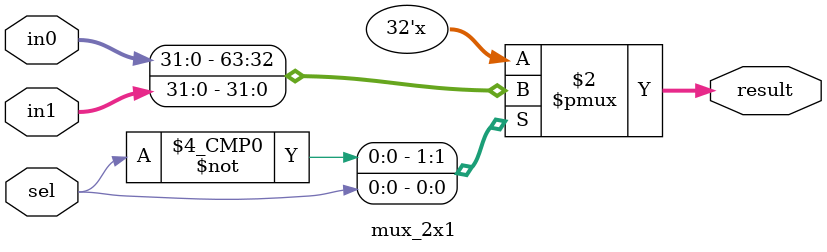
<source format=v>
module datapath (clk, rst, status, pcsrc, alusrc, aluop, memrw, wb, instr, regrw, immgen_ctrl);

input clk, rst, pcsrc, alusrc, memrw, wb, regrw;
input [3:0] aluop;
input [1:0] immgen_ctrl;
output [31:0] instr;
output [4:0] status;

wire [4:0] rd, rs1, rs2;
wire [31:0] instr_wire;

wire [31:0] pc_in, pc_out, rom_out, ram_out, alu_out;
wire [31:0] pc_addA_out, pc_addB_out;
wire [31:0] pcmux_out;
wire [3:0] alu_status;

wire p;


assign p = (instr[31]^instr[30]^instr[29]^instr[28]^instr[27]^instr[26]^instr[25]^instr[24]
^instr[23]^instr[22]^instr[21]^instr[20]^instr[19]^instr[18]^instr[17]^instr[16]^instr[15]
^instr[14]^instr[13]^instr[12]^instr[11]^instr[10]^instr[9]^instr[8]^instr[7]^instr[6]
^instr[5]^instr[4]^instr[3]^instr[2]^instr[1]^instr[0]); //odd parity just to have it even though we aren't doing anything with it

assign pc_in = pcmux_out;
assign rom_in = pc_out;

wire [31:0] rf_out1, rf_out2, immgen_out, alumux_out, alurammux_out;

wire en;
assign en = 1'b1;

assign instr = instr_wire;



	//module PC(in, out, rst, clk);
PC pctest (pc_in, pc_out, rst, clk);

	//module ROM(Addr, instr);
ROM romtest (rom_in, rom_out);

	//module instr_decoder(instruction, rd, rs1, rs2, imm, instr_out);
instr_decoder decodetest (rom_out, rd, rs1, rs2, imm_out, instr_wire);

	//module RegFile32_32(  en, clk, rst, Data_in,       RW,    rs1, rs2, rd, Bus_A,   Bus_B);
RegFile32_32 regfile_test (en, clk, rst, alurammux_out, regrw, rs1, rs2, rd, rf_out1, rf_out2);

	//module ALU(A,     B,          Cin,  sub,            opcode, result, status);
ALU alu_test (rf_out1, alumux_out, 1'h0, alumux_out[31], aluop, alu_out, alu_status);

	//module RAM_256x32 (Addr, DataIn, RW, CLK, DataOut);
RAM_256x32 ram_test (alu_out[7:0], rf_out2, memrw, clk, ram_out);

	//module imm_gen(imm_in, imm_out,    instr_type);
imm_gen immgen_test (instr_wire, immgen_out, immgen_ctrl);

	//module Adder(A,     B,     out);
Adder addA_test (pc_out, 32'h4, pc_addA_out);
Adder addB_test (pc_out, immgen_out, pc_addB_out); 

	//module mux_2x1( sel,    in0,     in1,        result);
mux_2x1 alumux_test (alusrc, rf_out2, immgen_out, alumux_out);
mux_2x1 alurammux_test (wb, ram_out, alu_out, alurammux_out);
mux_2x1 pcmux_test (pcsrc, pc_addA_out, pc_addB_out, pcmux_out);


//assign status to be p, o, Cout, n, z combined in some way
assign status = {p, alu_status[3], alu_status[2], alu_status[1], alu_status[0]};

endmodule

module Adder(A, B, out);
input [31:0] A, B;
output [31:0] out;

assign out = A + B;
endmodule

module imm_gen(imm_in, imm_out, instr_type);
input [31:0] imm_in;
input [1:0] instr_type;
output [31:0] imm_out;
reg [31:0] imm_out_reg;

assign imm_out = imm_out_reg;

always @(imm_in) begin
	case (instr_type)
		2'b01: imm_out_reg <= {{21{imm_in[31]}}, imm_in[30:20]}; //I-Type
		2'b10: imm_out_reg <= {{21{imm_in[31]}}, imm_in[30:25], imm_in[11:7]}; //S-Type
		2'b11: imm_out_reg <= {{20{imm_in[7]}}, imm_in[30:25], imm_in[11:8], {1{1'b0}}}; //B-Type
		default: imm_out_reg <= 32'bx;
		endcase
end
endmodule

module mux_2x1(sel, in0, in1, result);
input sel;
input [31:0] in0, in1;
output reg [31:0] result;
always @ (in0 or in1) begin
	case (sel)
	1'b0: result <= in0;
	1'b1: result <= in1;
	default: result <= 32'bz;
	endcase
end
endmodule

</source>
